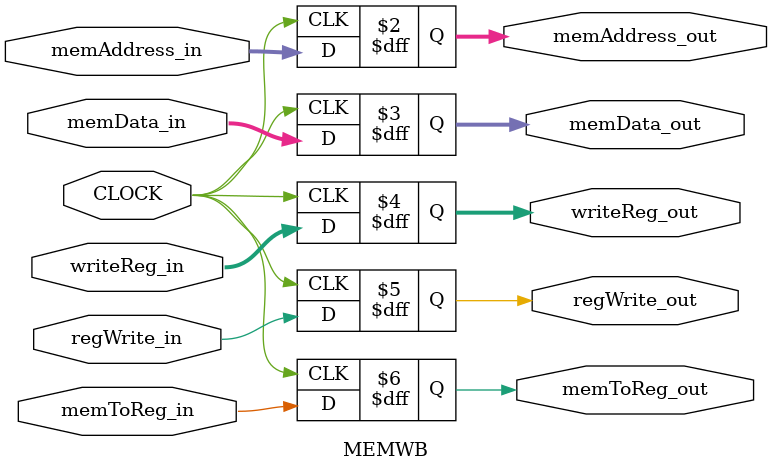
<source format=v>

`timescale 1ns / 1ps

module MEMWB
(
	input CLOCK,
	input [63:0] memAddress_in,
	input [63:0] memData_in,
	input [4:0] writeReg_in,
	input regWrite_in,
	input memToReg_in,
	output reg [63:0] memAddress_out,
	output reg [63:0] memData_out,
	output reg [4:0] writeReg_out,
	output reg regWrite_out,
	output reg memToReg_out
);

	always @(posedge CLOCK) begin
		regWrite_out <= regWrite_in;
		memToReg_out <= memToReg_in;
		memAddress_out <= memAddress_in;
		memData_out <= memData_in;
		writeReg_out <= writeReg_in;
	end
endmodule
</source>
